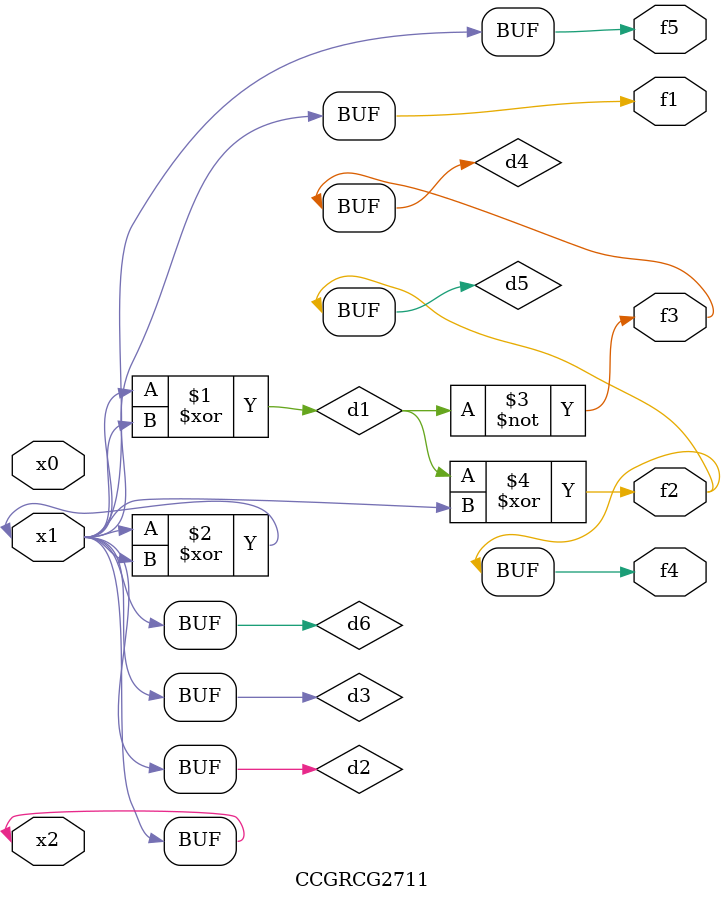
<source format=v>
module CCGRCG2711(
	input x0, x1, x2,
	output f1, f2, f3, f4, f5
);

	wire d1, d2, d3, d4, d5, d6;

	xor (d1, x1, x2);
	buf (d2, x1, x2);
	xor (d3, x1, x2);
	nor (d4, d1);
	xor (d5, d1, d2);
	buf (d6, d2, d3);
	assign f1 = d6;
	assign f2 = d5;
	assign f3 = d4;
	assign f4 = d5;
	assign f5 = d6;
endmodule

</source>
